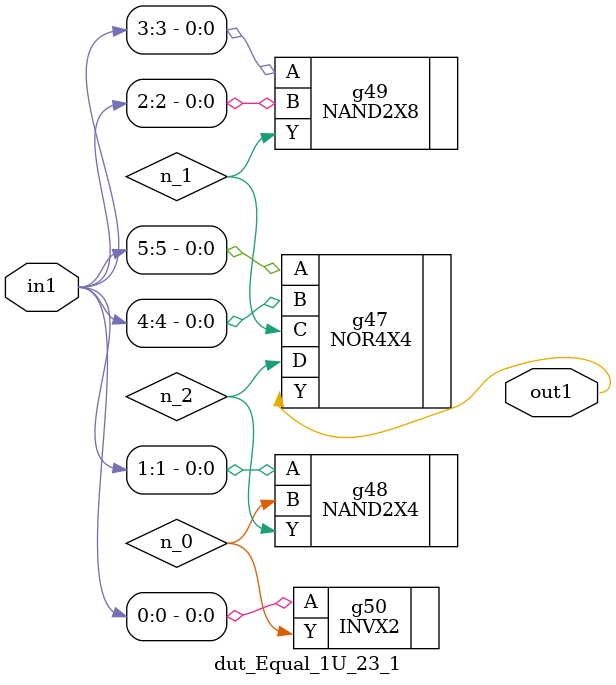
<source format=v>
`timescale 1ps / 1ps


module dut_Equal_1U_23_1(in1, out1);
  input [5:0] in1;
  output out1;
  wire [5:0] in1;
  wire out1;
  wire n_0, n_1, n_2;
  NOR4X4 g47(.A (in1[5]), .B (in1[4]), .C (n_1), .D (n_2), .Y (out1));
  NAND2X4 g48(.A (in1[1]), .B (n_0), .Y (n_2));
  NAND2X8 g49(.A (in1[3]), .B (in1[2]), .Y (n_1));
  INVX2 g50(.A (in1[0]), .Y (n_0));
endmodule



</source>
